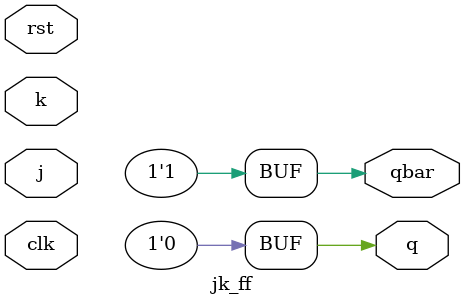
<source format=sv>
`timescale 1ns / 1ps


module jk_ff(
    input j,
    input k,
    input clk,
    input rst,
    output logic q,
    output logic qbar
    );
    
    assign q = 0;
    
    always @ (posedge clk)
       if (rst)
        q = 0;
       else
       case ({j,k})
          2'b00 :  q <= q;
          2'b01 :  q <= 0;
          2'b10 :  q <= 1;
          2'b11 :  q <= ~q;
       endcase
       assign qbar = ~q;
 endmodule

</source>
